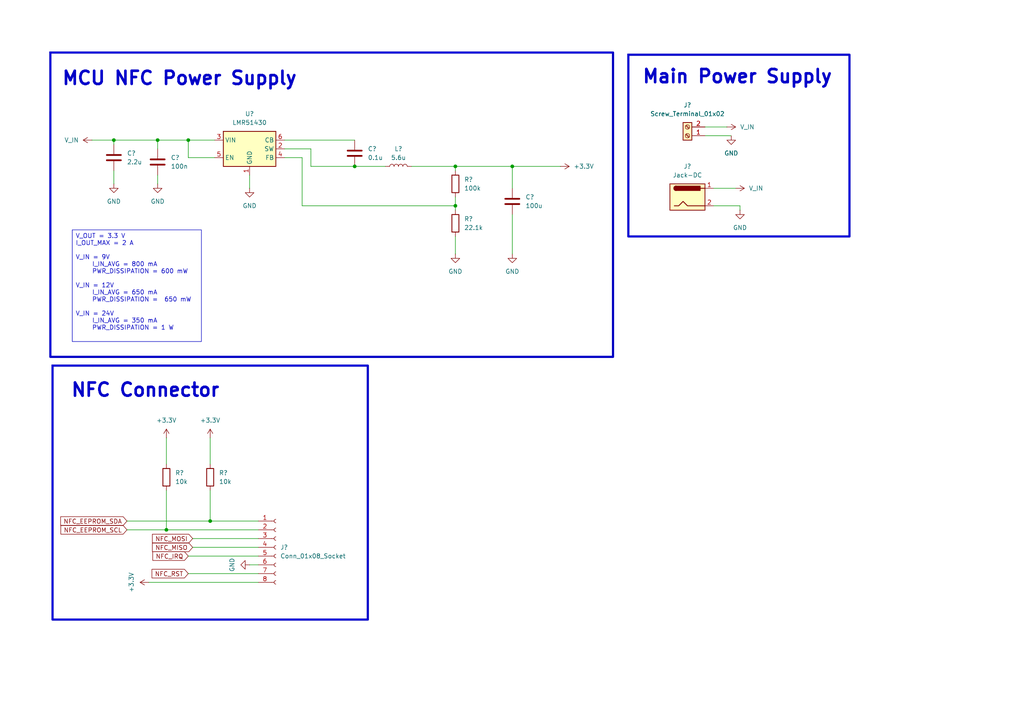
<source format=kicad_sch>
(kicad_sch (version 20231120) (generator "eeschema") (generator_version "8.0")
  (paper "A4")
  (lib_symbols
    (symbol "Connector:Conn_01x08_Socket" (pin_names (offset 1.016) hide)
      (property "Reference" "J" (at 0 10.16 0))
      (property "Value" "Conn_01x08_Socket" (at 0 -12.7 0))
      (symbol "Conn_01x08_Socket_1_1"
        (arc (start 0 -9.652) (mid -0.5058 -10.16) (end 0 -10.668) (stroke (width 0.1524)))
        (arc (start 0 -7.112) (mid -0.5058 -7.62) (end 0 -8.128) (stroke (width 0.1524)))
        (arc (start 0 -4.572) (mid -0.5058 -5.08) (end 0 -5.588) (stroke (width 0.1524)))
        (arc (start 0 -2.032) (mid -0.5058 -2.54) (end 0 -3.048) (stroke (width 0.1524)))
        (polyline (pts (xy -1.27 -10.16) (xy -0.508 -10.16)) (stroke (width 0.1524)))
        (polyline (pts (xy -1.27 -7.62) (xy -0.508 -7.62)) (stroke (width 0.1524)))
        (polyline (pts (xy -1.27 -5.08) (xy -0.508 -5.08)) (stroke (width 0.1524)))
        (polyline (pts (xy -1.27 -2.54) (xy -0.508 -2.54)) (stroke (width 0.1524)))
        (polyline (pts (xy -1.27 0) (xy -0.508 0)) (stroke (width 0.1524)))
        (polyline (pts (xy -1.27 2.54) (xy -0.508 2.54)) (stroke (width 0.1524)))
        (polyline (pts (xy -1.27 5.08) (xy -0.508 5.08)) (stroke (width 0.1524)))
        (polyline (pts (xy -1.27 7.62) (xy -0.508 7.62)) (stroke (width 0.1524)))
        (arc (start 0 0.508) (mid -0.5058 0) (end 0 -0.508) (stroke (width 0.1524)))
        (arc (start 0 3.048) (mid -0.5058 2.54) (end 0 2.032) (stroke (width 0.1524)))
        (arc (start 0 5.588) (mid -0.5058 5.08) (end 0 4.572) (stroke (width 0.1524)))
        (arc (start 0 8.128) (mid -0.5058 7.62) (end 0 7.112) (stroke (width 0.1524)))
        (pin passive line (at -5.08 7.62 0) (length 3.81) (name "Pin_1") (number "1"))
        (pin passive line (at -5.08 5.08 0) (length 3.81) (name "Pin_2") (number "2"))
        (pin passive line (at -5.08 2.54 0) (length 3.81) (name "Pin_3") (number "3"))
        (pin passive line (at -5.08 0 0) (length 3.81) (name "Pin_4") (number "4"))
        (pin passive line (at -5.08 -2.54 0) (length 3.81) (name "Pin_5") (number "5"))
        (pin passive line (at -5.08 -5.08 0) (length 3.81) (name "Pin_6") (number "6"))
        (pin passive line (at -5.08 -7.62 0) (length 3.81) (name "Pin_7") (number "7"))
        (pin passive line (at -5.08 -10.16 0) (length 3.81) (name "Pin_8") (number "8"))
      )
    )
    (symbol "Connector:Jack-DC" (pin_names (offset 1.016))
      (property "Reference" "J" (at 0 5.334 0))
      (property "Value" "Jack-DC" (at 0 -5.08 0))
      (symbol "Jack-DC_0_1"
        (rectangle (start -5.08 3.81) (end 5.08 -3.81) (stroke (width 0.254)) (fill (type background)))
        (arc (start -3.302 3.175) (mid -3.9343 2.54) (end -3.302 1.905) (stroke (width 0.254)))
        (arc (start -3.302 3.175) (mid -3.9343 2.54) (end -3.302 1.905) (stroke (width 0.254)) (fill (type outline)))
        (polyline (pts (xy 5.08 2.54) (xy 3.81 2.54)) (stroke (width 0.254)))
        (polyline (pts (xy -3.81 -2.54) (xy -2.54 -2.54) (xy -1.27 -1.27) (xy 0 -2.54) (xy 2.54 -2.54) (xy 5.08 -2.54)) (stroke (width 0.254)))
        (rectangle (start 3.683 3.175) (end -3.302 1.905) (stroke (width 0.254)) (fill (type outline)))
      )
      (symbol "Jack-DC_1_1"
        (pin passive line (at 7.62 2.54 180) (length 2.54) (name "~") (number "1"))
        (pin passive line (at 7.62 -2.54 180) (length 2.54) (name "~") (number "2"))
      )
    )
    (symbol "Connector:Screw_Terminal_01x02" (pin_names (offset 1.016) hide)
      (property "Reference" "J" (at 0 2.54 0))
      (property "Value" "Screw_Terminal_01x02" (at 0 -5.08 0))
      (symbol "Screw_Terminal_01x02_1_1"
        (rectangle (start -1.27 1.27) (end 1.27 -3.81) (stroke (width 0.254)) (fill (type background)))
        (circle (center 0 -2.54) (radius 0.635) (stroke (width 0.1524)))
        (polyline (pts (xy -0.5334 -2.2098) (xy 0.3302 -3.048)) (stroke (width 0.1524)))
        (polyline (pts (xy -0.5334 0.3302) (xy 0.3302 -0.508)) (stroke (width 0.1524)))
        (polyline (pts (xy -0.3556 -2.032) (xy 0.508 -2.8702)) (stroke (width 0.1524)))
        (polyline (pts (xy -0.3556 0.508) (xy 0.508 -0.3302)) (stroke (width 0.1524)))
        (circle (center 0 0) (radius 0.635) (stroke (width 0.1524)))
        (pin passive line (at -5.08 0 0) (length 3.81) (name "Pin_1") (number "1"))
        (pin passive line (at -5.08 -2.54 0) (length 3.81) (name "Pin_2") (number "2"))
      )
    )
    (symbol "Device:C" (pin_numbers hide) (pin_names (offset 0.254))
      (property "Reference" "C" (at 0.635 2.54 0))
      (property "Value" "C" (at 0.635 -2.54 0))
      (symbol "C_0_1"
        (polyline (pts (xy -2.032 -0.762) (xy 2.032 -0.762)) (stroke (width 0.508)))
        (polyline (pts (xy -2.032 0.762) (xy 2.032 0.762)) (stroke (width 0.508)))
      )
      (symbol "C_1_1"
        (pin passive line (at 0 3.81 270) (length 2.794) (name "~") (number "1"))
        (pin passive line (at 0 -3.81 90) (length 2.794) (name "~") (number "2"))
      )
    )
    (symbol "Device:L" (pin_numbers hide) (pin_names (offset 1.016) hide)
      (property "Reference" "L" (at -1.27 0 90))
      (property "Value" "L" (at 1.905 0 90))
      (symbol "L_0_1"
        (arc (start 0 -2.54) (mid 0.6323 -1.905) (end 0 -1.27))
        (arc (start 0 -1.27) (mid 0.6323 -0.635) (end 0 0))
        (arc (start 0 0) (mid 0.6323 0.635) (end 0 1.27))
        (arc (start 0 1.27) (mid 0.6323 1.905) (end 0 2.54))
      )
      (symbol "L_1_1"
        (pin passive line (at 0 3.81 270) (length 1.27) (name "1") (number "1"))
        (pin passive line (at 0 -3.81 90) (length 1.27) (name "2") (number "2"))
      )
    )
    (symbol "Device:R" (pin_numbers hide) (pin_names (offset 0))
      (property "Reference" "R" (at 2.032 0 90))
      (property "Value" "R" (at 0 0 90))
      (symbol "R_0_1"
        (rectangle (start -1.016 -2.54) (end 1.016 2.54) (stroke (width 0.254)))
      )
      (symbol "R_1_1"
        (pin passive line (at 0 3.81 270) (length 1.27) (name "~") (number "1"))
        (pin passive line (at 0 -3.81 90) (length 1.27) (name "~") (number "2"))
      )
    )
    (symbol "GND_2" (power) (pin_numbers hide) (pin_names (offset 0) hide)
      (property "Value" "GND" (at 0 -3.81 0))
      (symbol "GND_2_0_1"
        (polyline (pts (xy 0 0) (xy 0 -1.27) (xy 1.27 -1.27) (xy 0 -2.54) (xy -1.27 -1.27) (xy 0 -1.27)))
      )
      (symbol "GND_2_1_1"
        (pin power_in line (at 0 0 270) (length 0) (name "~") (number "1"))
      )
    )
    (symbol "Regulator_Switching:LMR51430"
      (property "Reference" "U" (at -7.62 6.35 0))
      (property "Value" "LMR51430" (at 0 6.35 0))
      (symbol "LMR51430_0_1"
        (rectangle (start -7.62 5.08) (end 7.62 -5.08) (stroke (width 0.254)) (fill (type background)))
      )
      (symbol "LMR51430_1_1"
        (pin power_in line (at 0 -7.62 90) (length 2.54) (name "GND") (number "1"))
        (pin power_out line (at 10.16 0 180) (length 2.54) (name "SW") (number "2"))
        (pin power_in line (at -10.16 2.54 0) (length 2.54) (name "VIN") (number "3"))
        (pin input line (at 10.16 -2.54 180) (length 2.54) (name "FB") (number "4"))
        (pin input line (at -10.16 -2.54 0) (length 2.54) (name "EN") (number "5"))
        (pin passive line (at 10.16 2.54 180) (length 2.54) (name "CB") (number "6"))
      )
    )
    (symbol "power:+1V0" (power) (pin_numbers hide) (pin_names (offset 0) hide)
      (property "Value" "+1V0" (at 0 3.556 0))
      (symbol "+1V0_0_1"
        (polyline (pts (xy -0.762 1.27) (xy 0 2.54)))
        (polyline (pts (xy 0 0) (xy 0 2.54)))
        (polyline (pts (xy 0 2.54) (xy 0.762 1.27)))
      )
      (symbol "+1V0_1_1"
        (pin power_in line (at 0 0 90) (length 0) (name "~") (number "1"))
      )
    )
    (symbol "power:+3.3V" (power) (pin_numbers hide) (pin_names (offset 0) hide)
      (property "Value" "+3.3V" (at 0 3.556 0))
      (symbol "+3.3V_0_1"
        (polyline (pts (xy -0.762 1.27) (xy 0 2.54)))
        (polyline (pts (xy 0 0) (xy 0 2.54)))
        (polyline (pts (xy 0 2.54) (xy 0.762 1.27)))
      )
      (symbol "+3.3V_1_1"
        (pin power_in line (at 0 0 90) (length 0) (name "~") (number "1"))
      )
    )
    (symbol "power:GND" (power) (pin_numbers hide) (pin_names (offset 0) hide)
      (property "Value" "GND" (at 0 -3.81 0))
      (symbol "GND_0_1"
        (polyline (pts (xy 0 0) (xy 0 -1.27) (xy 1.27 -1.27) (xy 0 -2.54) (xy -1.27 -1.27) (xy 0 -1.27)))
      )
      (symbol "GND_1_1"
        (pin power_in line (at 0 0 270) (length 0) (name "~") (number "1"))
      )
    )
  )
  (junction (at 132.08 48.26))
  (junction (at 48.26 153.67))
  (junction (at 33.02 40.64))
  (junction (at 132.08 59.69))
  (junction (at 45.72 40.64))
  (junction (at 54.61 40.64))
  (junction (at 60.96 151.13))
  (junction (at 148.59 48.26))
  (junction (at 102.87 48.26))
  (wire (pts (xy 55.88 156.21) (xy 74.93 156.21)))
  (wire (pts (xy 60.96 127) (xy 60.96 134.62)))
  (wire (pts (xy 207.01 59.69) (xy 214.63 59.69)))
  (wire (pts (xy 33.02 49.53) (xy 33.02 53.34)))
  (wire (pts (xy 87.63 45.72) (xy 87.63 59.69)))
  (wire (pts (xy 33.02 40.64) (xy 45.72 40.64)))
  (wire (pts (xy 55.88 158.75) (xy 74.93 158.75)))
  (wire (pts (xy 87.63 59.69) (xy 132.08 59.69)))
  (wire (pts (xy 36.83 153.67) (xy 48.26 153.67)))
  (wire (pts (xy 54.61 166.37) (xy 74.93 166.37)))
  (wire (pts (xy 48.26 153.67) (xy 74.93 153.67)))
  (wire (pts (xy 148.59 48.26) (xy 148.59 54.61)))
  (wire (pts (xy 54.61 161.29) (xy 74.93 161.29)))
  (wire (pts (xy 36.83 151.13) (xy 60.96 151.13)))
  (wire (pts (xy 43.18 168.91) (xy 74.93 168.91)))
  (wire (pts (xy 45.72 40.64) (xy 54.61 40.64)))
  (wire (pts (xy 72.39 163.83) (xy 74.93 163.83)))
  (wire (pts (xy 204.47 39.37) (xy 212.09 39.37)))
  (wire (pts (xy 33.02 40.64) (xy 33.02 41.91)))
  (wire (pts (xy 132.08 57.15) (xy 132.08 59.69)))
  (wire (pts (xy 48.26 127) (xy 48.26 134.62)))
  (wire (pts (xy 119.38 48.26) (xy 132.08 48.26)))
  (wire (pts (xy 54.61 40.64) (xy 62.23 40.64)))
  (wire (pts (xy 148.59 48.26) (xy 132.08 48.26)))
  (wire (pts (xy 204.47 36.83) (xy 210.82 36.83)))
  (wire (pts (xy 214.63 59.69) (xy 214.63 60.96)))
  (wire (pts (xy 54.61 45.72) (xy 54.61 40.64)))
  (wire (pts (xy 207.01 54.61) (xy 213.36 54.61)))
  (wire (pts (xy 132.08 59.69) (xy 132.08 60.96)))
  (wire (pts (xy 82.55 45.72) (xy 87.63 45.72)))
  (wire (pts (xy 62.23 45.72) (xy 54.61 45.72)))
  (wire (pts (xy 90.17 48.26) (xy 102.87 48.26)))
  (wire (pts (xy 26.67 40.64) (xy 33.02 40.64)))
  (wire (pts (xy 90.17 43.18) (xy 82.55 43.18)))
  (wire (pts (xy 82.55 40.64) (xy 102.87 40.64)))
  (wire (pts (xy 60.96 151.13) (xy 74.93 151.13)))
  (wire (pts (xy 48.26 142.24) (xy 48.26 153.67)))
  (wire (pts (xy 45.72 40.64) (xy 45.72 43.18)))
  (wire (pts (xy 45.72 50.8) (xy 45.72 53.34)))
  (wire (pts (xy 90.17 43.18) (xy 90.17 48.26)))
  (wire (pts (xy 132.08 68.58) (xy 132.08 73.66)))
  (wire (pts (xy 148.59 62.23) (xy 148.59 73.66)))
  (wire (pts (xy 60.96 142.24) (xy 60.96 151.13)))
  (wire (pts (xy 132.08 48.26) (xy 132.08 49.53)))
  (wire (pts (xy 102.87 48.26) (xy 111.76 48.26)))
  (wire (pts (xy 162.56 48.26) (xy 148.59 48.26)))
  (wire (pts (xy 72.39 50.8) (xy 72.39 54.61)))
  (rectangle (start 15.24 106.045) (end 106.68 179.705) (stroke (width 0.635)))
  (rectangle (start 182.245 15.875) (end 246.38 68.58) (stroke (width 0.635)))
  (rectangle (start 14.605 15.24) (end 177.8 103.505) (stroke (width 0.635)))
  (text_box "V_OUT = 3.3 V\nI_OUT_MAX = 2 A\n\nV_IN = 9V\n	I_IN_AVG = 800 mA\n	PWR_DISSIPATION = 600 mW\n\nV_IN = 12V\n	I_IN_AVG = 650 mA\n	PWR_DISSIPATION =  650 mW\n\nV_IN = 24V\n	I_IN_AVG = 350 mA\n	PWR_DISSIPATION = 1 W\n" (at 20.955 66.675 0) (size 37.465 32.385) (effects (font (size 1.27 1.27)) (justify left top)))
  (text "NFC Connector" (at 42.164 113.284 0) (effects (font (size 3.81 3.81) (thickness 0.762) (bold yes))))
  (text "Main Power Supply" (at 213.868 22.352 0) (effects (font (size 3.81 3.81) (thickness 0.762) (bold yes))))
  (text "MCU NFC Power Supply" (at 52.07 22.86 0) (effects (font (size 3.81 3.81) (thickness 0.762) (bold yes))))
  (global_label "NFC_EEPROM_SDA" (shape input) (at 36.83 151.13 180) (property "Intersheetrefs" "${INTERSHEET_REFS}" (effects (hide yes))))
  (global_label "NFC_MOSI" (shape input) (at 55.88 156.21 180) (property "Intersheetrefs" "${INTERSHEET_REFS}" (effects (hide yes))))
  (global_label "NFC_EEPROM_SCL" (shape input) (at 36.83 153.67 180) (property "Intersheetrefs" "${INTERSHEET_REFS}" (effects (hide yes))))
  (global_label "NFC_IRQ" (shape input) (at 54.61 161.29 180) (property "Intersheetrefs" "${INTERSHEET_REFS}" (effects (hide yes))))
  (global_label "NFC_RST" (shape input) (at 54.61 166.37 180) (property "Intersheetrefs" "${INTERSHEET_REFS}" (effects (hide yes))))
  (global_label "NFC_MISO" (shape input) (at 55.88 158.75 180) (property "Intersheetrefs" "${INTERSHEET_REFS}" (effects (hide yes))))
  (symbol (lib_id "Connector:Conn_01x08_Socket") (at 80.01 158.75 0) (unit 1)
    (property "Reference" "J?" (at 81.28 158.7499 0) (effects (justify left)))
    (property "Value" "Conn_01x08_Socket" (at 81.28 161.2899 0) (effects (justify left)))
    (property "Description" "Generic connector, single row, 01x08, script generated" (effects (hide yes)))
  )
  (symbol (lib_id "power:+3.3V") (at 43.18 168.91 90) (unit 1)
    (property "Reference" "#PWR09" (effects (hide yes)))
    (property "Value" "+3.3V" (at 38.1 168.91 0))
  )
  (symbol (lib_id "Connector:Jack-DC") (at 199.39 57.15 0) (unit 1)
    (property "Reference" "J?" (at 199.39 48.26 0))
    (property "Value" "Jack-DC" (at 199.39 50.8 0))
    (property "Description" "DC Barrel Jack" (effects (hide yes)))
  )
  (symbol (lib_id "Connector:Screw_Terminal_01x02") (at 199.39 39.37 180) (unit 1)
    (property "Reference" "J?" (at 199.39 30.48 0))
    (property "Value" "Screw_Terminal_01x02" (at 199.39 33.02 0))
    (property "Description" "Generic screw terminal, single row, 01x02, script generated (kicad-library-utils/schlib/autogen/connector/)" (effects (hide yes)))
  )
  (symbol (lib_id "power:GND") (at 132.08 73.66 0) (unit 1)
    (property "Reference" "#PWR020" (effects (hide yes)))
    (property "Value" "GND" (at 132.08 78.74 0))
    (property "Description" "Power symbol creates a global label with name \"GND\" , ground" (effects (hide yes)))
  )
  (symbol (lib_id "power:GND") (at 33.02 53.34 0) (unit 1)
    (property "Reference" "#PWR017" (effects (hide yes)))
    (property "Value" "GND" (at 33.02 58.42 0))
    (property "Description" "Power symbol creates a global label with name \"GND\" , ground" (effects (hide yes)))
  )
  (symbol (lib_id "power:GND") (at 148.59 73.66 0) (unit 1)
    (property "Reference" "#PWR021" (effects (hide yes)))
    (property "Value" "GND" (at 148.59 78.74 0))
    (property "Description" "Power symbol creates a global label with name \"GND\" , ground" (effects (hide yes)))
  )
  (symbol (lib_id "Device:C") (at 45.72 46.99 0) (unit 1)
    (property "Reference" "C?" (at 49.53 45.7199 0) (effects (justify left)))
    (property "Value" "100n" (at 49.53 48.2599 0) (effects (justify left)))
    (property "Description" "Unpolarized capacitor" (effects (hide yes)))
  )
  (symbol (lib_id "power:GND") (at 212.09 39.37 0) (unit 1)
    (property "Reference" "#PWR023" (effects (hide yes)))
    (property "Value" "GND" (at 212.09 44.45 0))
    (property "Description" "Power symbol creates a global label with name \"GND\" , ground" (effects (hide yes)))
  )
  (symbol (lib_id "Device:C") (at 102.87 44.45 0) (unit 1)
    (property "Reference" "C?" (at 106.68 43.1799 0) (effects (justify left)))
    (property "Value" "0.1u" (at 106.68 45.7199 0) (effects (justify left)))
    (property "Description" "Unpolarized capacitor" (effects (hide yes)))
  )
  (symbol (lib_id "Device:C") (at 148.59 58.42 0) (unit 1)
    (property "Reference" "C?" (at 152.4 57.1499 0) (effects (justify left)))
    (property "Value" "100u" (at 152.4 59.6899 0) (effects (justify left)))
    (property "Description" "Unpolarized capacitor" (effects (hide yes)))
  )
  (symbol (lib_id "power:GND") (at 72.39 54.61 0) (unit 1)
    (property "Reference" "#PWR019" (effects (hide yes)))
    (property "Value" "GND" (at 72.39 59.69 0))
    (property "Description" "Power symbol creates a global label with name \"GND\" , ground" (effects (hide yes)))
  )
  (symbol (lib_id "power:+1V0") (at 26.67 40.64 90) (unit 1)
    (property "Reference" "#PWR016" (effects (hide yes)))
    (property "Value" "V_IN" (at 22.86 40.6399 90) (effects (justify left)))
    (property "Description" "Power symbol creates a global label with name \"+1V0\"" (effects (hide yes)))
  )
  (symbol (lib_name "GND_2") (lib_id "power:GND") (at 72.39 163.83 270) (unit 1)
    (property "Reference" "#PWR012" (effects (hide yes)))
    (property "Value" "GND" (at 67.31 163.83 0))
    (property "Description" "Power symbol creates a global label with name \"GND\" , ground" (effects (hide yes)))
  )
  (symbol (lib_id "Device:C") (at 33.02 45.72 0) (unit 1)
    (property "Reference" "C?" (at 36.83 44.4499 0) (effects (justify left)))
    (property "Value" "2.2u" (at 36.83 46.9899 0) (effects (justify left)))
    (property "Description" "Unpolarized capacitor" (effects (hide yes)))
  )
  (symbol (lib_id "power:+3.3V") (at 48.26 127 0) (unit 1)
    (property "Reference" "#PWR010" (effects (hide yes)))
    (property "Value" "+3.3V" (at 48.26 121.92 0))
  )
  (symbol (lib_id "Device:R") (at 60.96 138.43 0) (unit 1)
    (property "Reference" "R?" (at 63.5 137.1599 0) (effects (justify left)))
    (property "Value" "10k" (at 63.5 139.6999 0) (effects (justify left)))
    (property "Description" "Resistor" (effects (hide yes)))
  )
  (symbol (lib_id "power:+1V0") (at 213.36 54.61 270) (unit 1)
    (property "Reference" "#PWR026" (effects (hide yes)))
    (property "Value" "V_IN" (at 217.17 54.6099 90) (effects (justify left)))
    (property "Description" "Power symbol creates a global label with name \"+1V0\"" (effects (hide yes)))
  )
  (symbol (lib_id "power:+1V0") (at 210.82 36.83 270) (unit 1)
    (property "Reference" "#PWR025" (effects (hide yes)))
    (property "Value" "V_IN" (at 214.63 36.8299 90) (effects (justify left)))
    (property "Description" "Power symbol creates a global label with name \"+1V0\"" (effects (hide yes)))
  )
  (symbol (lib_id "power:+3.3V") (at 162.56 48.26 270) (unit 1)
    (property "Reference" "#PWR022" (effects (hide yes)))
    (property "Value" "+3.3V" (at 166.37 48.2599 90) (effects (justify left)))
    (property "Description" "Power symbol creates a global label with name \"+3.3V\"" (effects (hide yes)))
  )
  (symbol (lib_id "power:GND") (at 45.72 53.34 0) (unit 1)
    (property "Reference" "#PWR018" (effects (hide yes)))
    (property "Value" "GND" (at 45.72 58.42 0))
    (property "Description" "Power symbol creates a global label with name \"GND\" , ground" (effects (hide yes)))
  )
  (symbol (lib_id "power:GND") (at 214.63 60.96 0) (unit 1)
    (property "Reference" "#PWR024" (effects (hide yes)))
    (property "Value" "GND" (at 214.63 66.04 0))
    (property "Description" "Power symbol creates a global label with name \"GND\" , ground" (effects (hide yes)))
  )
  (symbol (lib_id "Device:R") (at 132.08 53.34 0) (unit 1)
    (property "Reference" "R?" (at 134.62 52.0699 0) (effects (justify left)))
    (property "Value" "100k" (at 134.62 54.6099 0) (effects (justify left)))
    (property "Description" "Resistor" (effects (hide yes)))
  )
  (symbol (lib_id "Regulator_Switching:LMR51430") (at 72.39 43.18 0) (unit 1)
    (property "Reference" "U?" (at 72.39 33.02 0))
    (property "Value" "LMR51430" (at 72.39 35.56 0))
    (property "Footprint" "Package_TO_SOT_SMD:SOT-23-6" (effects (hide yes)))
    (property "Datasheet" "https://www.ti.com/lit/ds/symlink/lmr51430.pdf" (effects (hide yes)))
    (property "Description" "4.5-V to 36-V, 3-A synchronous buck converter with 40-µA IQ, SOT-23-6" (effects (hide yes)))
  )
  (symbol (lib_id "power:+3.3V") (at 60.96 127 0) (unit 1)
    (property "Reference" "#PWR011" (effects (hide yes)))
    (property "Value" "+3.3V" (at 60.96 121.92 0))
  )
  (symbol (lib_id "Device:R") (at 48.26 138.43 0) (unit 1)
    (property "Reference" "R?" (at 50.8 137.1599 0) (effects (justify left)))
    (property "Value" "10k" (at 50.8 139.6999 0) (effects (justify left)))
    (property "Description" "Resistor" (effects (hide yes)))
  )
  (symbol (lib_id "Device:R") (at 132.08 64.77 0) (unit 1)
    (property "Reference" "R?" (at 134.62 63.4999 0) (effects (justify left)))
    (property "Value" "22.1k" (at 134.62 66.0399 0) (effects (justify left)))
    (property "Description" "Resistor" (effects (hide yes)))
  )
  (symbol (lib_id "Device:L") (at 115.57 48.26 90) (unit 1)
    (property "Reference" "L?" (at 115.57 43.18 90))
    (property "Value" "5.6u" (at 115.57 45.72 90))
    (property "Description" "Inductor" (effects (hide yes)))
  )
)
</source>
